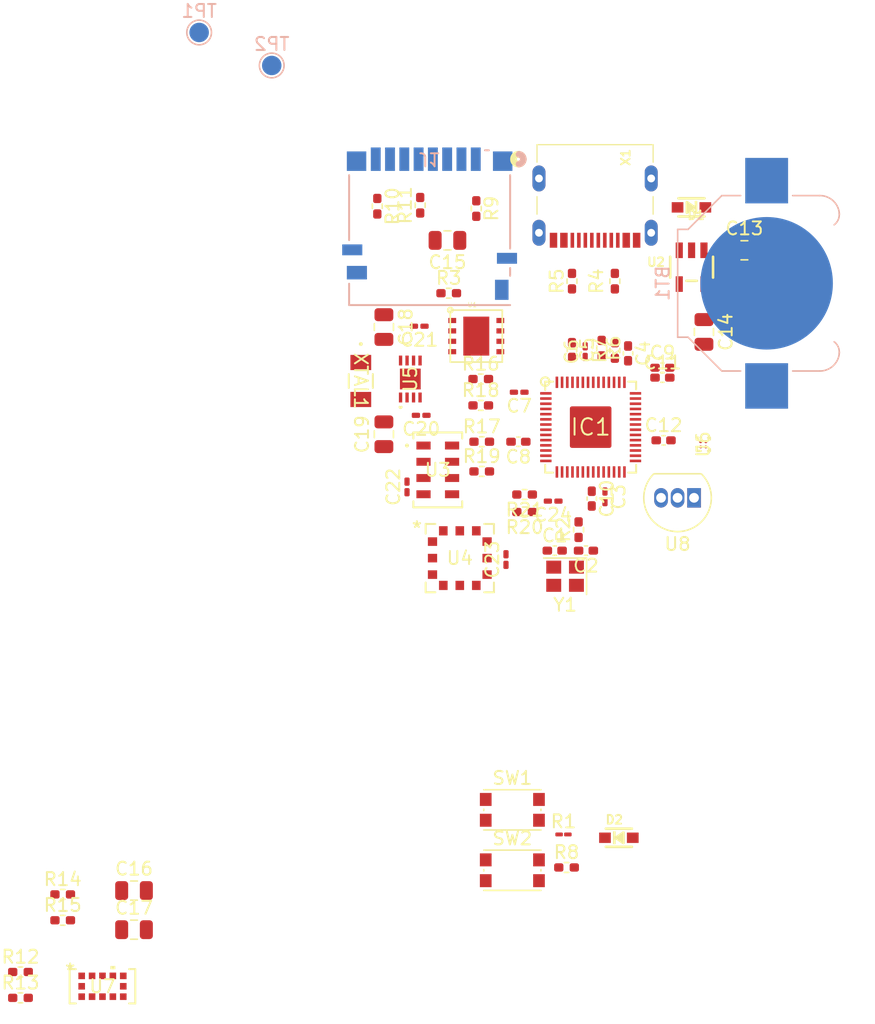
<source format=kicad_pcb>
(kicad_pcb (version 20221018) (generator pcbnew)
  (layers (0 "F.Cu" signal) (31 "B.Cu" signal) (34 "B.Paste" user) (35 "F.Paste" user) (36 "B.SilkS" user "B.Silkscreen") (37 "F.SilkS" user "F.Silkscreen") (38 "B.Mask" user) (39 "F.Mask" user) (44 "Edge.Cuts" user))
  (net 0 "")
  (net 1 "Net-(C2-Pad2)")
  (net 2 "Net-(IC1-XOUT)")
  (net 3 "/QSPI_CS")
  (net 4 "+3V3")
  (net 5 "GND")
  (net 6 "/CC1")
  (net 7 "/CC2")
  (net 8 "/USB_D+")
  (net 9 "/D+")
  (net 10 "/USB_D-")
  (net 11 "/D-")
  (net 12 "Net-(IC1-XIN)")
  (net 13 "1.2V")
  (net 14 "/~{RESET}")
  (net 15 "/USBBOOT")
  (net 16 "/VBUS")
  (net 17 "Net-(U5-X1)")
  (net 18 "Net-(U5-X2)")
  (net 19 "VBat")
  (net 20 "Net-(U4-VO-)")
  (net 22 "Net-(U4-VO+)")
  (net 23 "ToF XSHUT")
  (net 24 "ToF GPIO1")
  (net 25 "ToF  SDA")
  (net 26 "ToF SCL")
  (net 27 "GPIO5")
  (net 28 "BMP SDA")
  (net 31 "BMP SCL")
  (net 32 "Pressure SDA")
  (net 33 "Pressure SCL")
  (net 34 "RTC SDA")
  (net 35 "RTC SCL")
  (net 40 "GPIO16")
  (net 42 "GPIO17")
  (net 44 "/QSPI_DATA[3]")
  (net 45 "/QSPI_SCK")
  (net 46 "/QSPI_DATA[0]")
  (net 47 "/QSPI_DATA[2]")
  (net 48 "/QSPI_DATA[1]")
  (net 52 "Net-(D2-PadA)")
  (net 53 "SD_DAT1")
  (net 54 "SD_DAT2")
  (net 55 "GPIO20")
  (net 56 "AnalogTemp Data")
  (net 57 "AnalogTemp Data 2")
  (net 69 "5V")
  (footprint "Resistor_SMD:R_0402_1005Metric_Pad0.72x0.64mm_HandSolder" (layer "F.Cu") (at 101.0025 65.607 180)
    (fp_text reference "R20" (at 0 -1.17) (layer "F.SilkS"))
    (fp_text value "10k")
    (pad "1" smd roundrect (at -0.5975 0 180) (size 0.715 0.64) (layers "F.Cu" "F.Paste" "F.Mask") (net 4 "+3V3"))
    (pad "2" smd roundrect (at 0.5975 0 180) (size 0.715 0.64) (layers "F.Cu" "F.Paste" "F.Mask") (net 33 "Pressure SCL"))
  )
  (footprint "Capacitor_SMD:C_0402_1005Metric_Pad0.74x0.62mm_HandSolder" (layer "F.Cu") (at 111.6095 55.266)
    (fp_text reference "C11" (at 0 -1.16) (layer "F.SilkS"))
    (fp_text value "0.1uF")
    (pad "1" smd roundrect (at -0.5675 0) (size 0.735 0.62) (layers "F.Cu" "F.Paste" "F.Mask") (net 4 "+3V3"))
    (pad "2" smd roundrect (at 0.5675 0) (size 0.735 0.62) (layers "F.Cu" "F.Paste" "F.Mask") (net 5 "GND"))
  )
  (footprint "Companero_Footprints:TDFN8_2x3MC_MCH" (layer "F.Cu") (at 92.202 55.372 90)
    (fp_text reference "U5" (at 0 0 90 unlocked) (layer "F.SilkS"))
    (fp_text value "MCP7940NT-I/MNY")
    (pad "1" smd rect (at -1.4224 -0.750001 90) (size 0.762 0.254) (layers "F.Cu" "F.Paste" "F.Mask") (net 17 "Net-(U5-X1)"))
    (pad "2" smd rect (at -1.4224 -0.25 90) (size 0.762 0.254) (layers "F.Cu" "F.Paste" "F.Mask") (net 18 "Net-(U5-X2)"))
    (pad "3" smd rect (at -1.4224 0.25 90) (size 0.762 0.254) (layers "F.Cu" "F.Paste" "F.Mask") (net 19 "VBat"))
    (pad "4" smd rect (at -1.4224 0.750001 90) (size 0.762 0.254) (layers "F.Cu" "F.Paste" "F.Mask") (net 5 "GND"))
    (pad "5" smd rect (at 1.4224 0.750001 90) (size 0.762 0.254) (layers "F.Cu" "F.Paste" "F.Mask") (net 34 "RTC SDA"))
    (pad "6" smd rect (at 1.4224 0.25 90) (size 0.762 0.254) (layers "F.Cu" "F.Paste" "F.Mask") (net 35 "RTC SCL"))
    (pad "7" smd rect (at 1.4224 -0.25 90) (size 0.762 0.254) (layers "F.Cu" "F.Paste" "F.Mask"))
    (pad "8" smd rect (at 1.4224 -0.750001 90) (size 0.762 0.254) (layers "F.Cu" "F.Paste" "F.Mask") (net 4 "+3V3"))
    (pad "9" smd rect (at 0 0 90) (size 1.6002 1.6002) (layers "F.Cu" "F.Paste" "F.Mask"))
  )
  (footprint "Resistor_SMD:R_0402_1005Metric_Pad0.72x0.64mm_HandSolder" (layer "F.Cu") (at 65.4425 95.038)
    (fp_text reference "R14" (at 0 -1.17) (layer "F.SilkS"))
    (fp_text value "1k")
    (pad "1" smd roundrect (at -0.5975 0) (size 0.715 0.64) (layers "F.Cu" "F.Paste" "F.Mask") (net 4 "+3V3"))
    (pad "2" smd roundrect (at 0.5975 0) (size 0.715 0.64) (layers "F.Cu" "F.Paste" "F.Mask") (net 26 "ToF SCL"))
  )
  (footprint "QTpy:USB_C_CUSB31-CFM2AX-01-X" (layer "F.Cu") (at 106.426 41.148 180)
    (fp_text reference "X1" (at -2.75 3.56 90) (layer "F.SilkS") (effects (font (size 0.666496 0.666496) (thickness 0.146304)) (justify right bottom)))
    (fp_text value "USB Type C")
    (pad "" np_thru_hole circle (at -2.89 -2.47 180) (size 0.65 0.65) (drill 0.65) (layers "*.Cu" "*.Mask"))
    (pad "" np_thru_hole circle (at 2.89 -2.47 180) (size 0.65 0.65) (drill 0.65) (layers "*.Cu" "*.Mask"))
    (pad "A1B12" smd rect (at -3.2 -3.545 180) (size 0.575 1.15) (layers "F.Cu" "F.Paste" "F.Mask") (net 5 "GND"))
    (pad "A4B9" smd rect (at -2.4 -3.545 180) (size 0.575 1.15) (layers "F.Cu" "F.Paste" "F.Mask") (net 16 "/VBUS"))
    (pad "A5" smd rect (at -1.25 -3.545 180) (size 0.275 1.15) (layers "F.Cu" "F.Paste" "F.Mask") (net 6 "/CC1"))
    (pad "A6" smd rect (at -0.25 -3.545 180) (size 0.275 1.15) (layers "F.Cu" "F.Paste" "F.Mask") (net 8 "/USB_D+"))
    (pad "A7" smd rect (at 0.25 -3.545 180) (size 0.275 1.15) (layers "F.Cu" "F.Paste" "F.Mask") (net 10 "/USB_D-"))
    (pad "A8" smd rect (at 1.25 -3.545 180) (size 0.275 1.15) (layers "F.Cu" "F.Paste" "F.Mask"))
    (pad "B1A12" smd rect (at 3.2 -3.545 180) (size 0.575 1.15) (layers "F.Cu" "F.Paste" "F.Mask") (net 5 "GND"))
    (pad "B4A9" smd rect (at 2.4 -3.545 180) (size 0.575 1.15) (layers "F.Cu" "F.Paste" "F.Mask") (net 16 "/VBUS"))
    (pad "B5" smd rect (at 1.75 -3.545 180) (size 0.275 1.15) (layers "F.Cu" "F.Paste" "F.Mask") (net 7 "/CC2"))
    (pad "B6" smd rect (at 0.75 -3.545 180) (size 0.275 1.15) (layers "F.Cu" "F.Paste" "F.Mask") (net 8 "/USB_D+"))
    (pad "B7" smd rect (at -0.75 -3.545 180) (size 0.275 1.15) (layers "F.Cu" "F.Paste" "F.Mask") (net 10 "/USB_D-"))
    (pad "B8" smd rect (at -1.75 -3.545 180) (size 0.275 1.15) (layers "F.Cu" "F.Paste" "F.Mask"))
    (pad "M1" thru_hole oval (at -4.32 -2.97 270) (size 2 1) (drill 0.6) (layers "*.Cu" "*.Mask"))
    (pad "M2" thru_hole oval (at 4.32 -2.97 270) (size 2 1) (drill 0.6) (layers "*.Cu" "*.Mask"))
    (pad "M3" thru_hole oval (at -4.32 1.21 270) (size 2 1) (drill 0.6) (layers "*.Cu" "*.Mask"))
    (pad "M4" thru_hole oval (at 4.32 1.21 270) (size 2 1) (drill 0.6) (layers "*.Cu" "*.Mask"))
  )
  (footprint "Resistor_SMD:R_0402_1005Metric_Pad0.72x0.64mm_HandSolder" (layer "F.Cu") (at 62.1925 102.998)
    (fp_text reference "R13" (at 0 -1.17) (layer "F.SilkS"))
    (fp_text value "10k")
    (pad "1" smd roundrect (at -0.5975 0) (size 0.715 0.64) (layers "F.Cu" "F.Paste" "F.Mask") (net 4 "+3V3"))
    (pad "2" smd roundrect (at 0.5975 0) (size 0.715 0.64) (layers "F.Cu" "F.Paste" "F.Mask") (net 23 "ToF XSHUT"))
  )
  (footprint "Resistor_SMD:R_0402_1005Metric_Pad0.72x0.64mm_HandSolder" (layer "F.Cu") (at 65.4425 97.028)
    (fp_text reference "R15" (at 0 -1.17) (layer "F.SilkS"))
    (fp_text value "1k")
    (pad "1" smd roundrect (at -0.5975 0) (size 0.715 0.64) (layers "F.Cu" "F.Paste" "F.Mask") (net 4 "+3V3"))
    (pad "2" smd roundrect (at 0.5975 0) (size 0.715 0.64) (layers "F.Cu" "F.Paste" "F.Mask") (net 25 "ToF  SDA"))
  )
  (footprint "Companero_Footprints:YFQ0004ACAC" (layer "F.Cu") (at 114.754002 60.398002 90)
    (fp_text reference "U6" (at 0 0 90 unlocked) (layer "F.SilkS"))
    (fp_text value "LMT70YFQR")
    (pad "A1" smd circle (at -0.2 -0.200002 90) (size 0.23 0.23) (layers "F.Cu" "F.Mask") (net 5 "GND"))
    (pad "A2" smd circle (at 0.200002 -0.200002 90) (size 0.23 0.23) (layers "F.Cu" "F.Mask") (net 4 "+3V3"))
    (pad "B1" smd circle (at -0.2 0.2 90) (size 0.23 0.23) (layers "F.Cu" "F.Mask") (net 56 "AnalogTemp Data"))
    (pad "B2" smd circle (at 0.200002 0.2 90) (size 0.23 0.23) (layers "F.Cu" "F.Mask") (net 4 "+3V3"))
  )
  (footprint "Capacitor_SMD:C_0402_1005Metric_Pad0.74x0.62mm_HandSolder" (layer "F.Cu") (at 104.648 53.1455 -90)
    (fp_text reference "C5" (at 0 -1.16 90) (layer "F.SilkS"))
    (fp_text value "0.1uF")
    (pad "1" smd roundrect (at -0.5675 0 270) (size 0.735 0.62) (layers "F.Cu" "F.Paste" "F.Mask") (net 5 "GND"))
    (pad "2" smd roundrect (at 0.5675 0 270) (size 0.735 0.62) (layers "F.Cu" "F.Paste" "F.Mask") (net 13 "1.2V"))
  )
  (footprint "Capacitor_SMD:C_0201_0603Metric_Pad0.64x0.40mm_HandSolder" (layer "F.Cu") (at 105.664 53.2645 90)
    (fp_text reference "C6" (at 0 -1.05 90) (layer "F.SilkS"))
    (fp_text value "1uF")
    (pad "1" smd roundrect (at -0.4075 0 90) (size 0.635 0.4) (layers "F.Cu" "F.Mask") (net 4 "+3V3"))
    (pad "2" smd roundrect (at 0.4075 0 90) (size 0.635 0.4) (layers "F.Cu" "F.Mask") (net 5 "GND"))
  )
  (footprint "Capacitor_SMD:C_0402_1005Metric_Pad0.74x0.62mm_HandSolder" (layer "F.Cu") (at 103.3185 68.58)
    (fp_text reference "C1" (at 0 -1.16) (layer "F.SilkS"))
    (fp_text value "22pF")
    (pad "1" smd roundrect (at -0.5675 0) (size 0.735 0.62) (layers "F.Cu" "F.Paste" "F.Mask") (net 5 "GND"))
    (pad "2" smd roundrect (at 0.5675 0) (size 0.735 0.62) (layers "F.Cu" "F.Paste" "F.Mask") (net 12 "Net-(IC1-XIN)"))
  )
  (footprint "QTpy:SOD-323_MINI" (layer "F.Cu") (at 113.846 42.164 180)
    (fp_text reference "D1" (at -1.1 -1) (layer "F.SilkS") (effects (font (size 0.666496 0.666496) (thickness 0.146304)) (justify right bottom)))
    (fp_text value "  NSR0320")
    (pad "A" smd rect (at 1.07 0 180) (size 0.9 0.8) (layers "F.Cu" "F.Paste" "F.Mask") (net 16 "/VBUS"))
    (pad "C" smd rect (at -1.07 0 180) (size 0.9 0.8) (layers "F.Cu" "F.Paste" "F.Mask") (net 69 "5V"))
  )
  (footprint "Companero_Footprints:MPRLS_HNW" (layer "F.Cu") (at 96.012 69.155998)
    (fp_text reference "U4" (at 0 0 unlocked) (layer "F.SilkS"))
    (fp_text value "MPRLS0025PA00001A")
    (fp_text user "*" (at -3.302 -2.286) (layer "F.SilkS"))
    (fp_text user "*" (at -3.302 -2.286 unlocked) (layer "F.SilkS"))
    (pad "1" smd rect (at -1.27 -2.099998 90) (size 0.7112 0.6604) (layers "F.Cu" "F.Paste" "F.Mask"))
    (pad "2" smd rect (at 0 -2.099998 90) (size 0.7112 0.6604) (layers "F.Cu" "F.Paste" "F.Mask") (net 32 "Pressure SDA"))
    (pad "3" smd rect (at 1.27 -2.099998 90) (size 0.7112 0.6604) (layers "F.Cu" "F.Paste" "F.Mask") (net 33 "Pressure SCL"))
    (pad "4" smd rect (at 2.099945 -1.27) (size 0.7112 0.6604) (layers "F.Cu" "F.Paste" "F.Mask") (net 22 "Net-(U4-VO+)"))
    (pad "5" smd rect (at 2.099945 0) (size 0.7112 0.6604) (layers "F.Cu" "F.Paste" "F.Mask"))
    (pad "6" smd rect (at 2.099945 1.27) (size 0.7112 0.6604) (layers "F.Cu" "F.Paste" "F.Mask") (net 20 "Net-(U4-VO-)"))
    (pad "7" smd rect (at 1.27 2.099998 90) (size 0.7112 0.6604) (layers "F.Cu" "F.Paste" "F.Mask"))
    (pad "8" smd rect (at 0 2.099998 90) (size 0.7112 0.6604) (layers "F.Cu" "F.Paste" "F.Mask"))
    (pad "9" smd rect (at -1.27 2.099998 90) (size 0.7112 0.6604) (layers "F.Cu" "F.Paste" "F.Mask"))
    (pad "10" smd rect (at -2.099945 1.27) (size 0.7112 0.6604) (layers "F.Cu" "F.Paste" "F.Mask") (net 5 "GND"))
    (pad "11" smd rect (at -2.099945 0) (size 0.7112 0.6604) (layers "F.Cu" "F.Paste" "F.Mask"))
    (pad "12" smd rect (at -2.099945 -1.27) (size 0.7112 0.6604) (layers "F.Cu" "F.Paste" "F.Mask") (net 4 "+3V3"))
  )
  (footprint "Resistor_SMD:R_01005_0402Metric_Pad0.57x0.30mm_HandSolder" (layer "F.Cu") (at 103.9945 90.424)
    (fp_text reference "R1" (at 0 -1) (layer "F.SilkS"))
    (fp_text value "10K")
    (pad "1" smd roundrect (at -0.3375 0) (size 0.575 0.3) (layers "F.Cu" "F.Mask") (net 4 "+3V3"))
    (pad "2" smd roundrect (at 0.3375 0) (size 0.575 0.3) (layers "F.Cu" "F.Mask") (net 14 "/~{RESET}"))
  )
  (footprint "Resistor_SMD:R_0402_1005Metric_Pad0.72x0.64mm_HandSolder" (layer "F.Cu") (at 101 64.262 180)
    (fp_text reference "R21" (at 0 -1.17) (layer "F.SilkS"))
    (fp_text value "10k")
    (pad "1" smd roundrect (at -0.5975 0 180) (size 0.715 0.64) (layers "F.Cu" "F.Paste" "F.Mask") (net 4 "+3V3"))
    (pad "2" smd roundrect (at 0.5975 0 180) (size 0.715 0.64) (layers "F.Cu" "F.Paste" "F.Mask") (net 32 "Pressure SDA"))
  )
  (footprint "Resistor_SMD:R_0402_1005Metric_Pad0.72x0.64mm_HandSolder" (layer "F.Cu") (at 89.662 42.0745 -90)
    (fp_text reference "R10" (at 0 -1.17 90) (layer "F.SilkS"))
    (fp_text value "10K")
    (pad "1" smd roundrect (at -0.5975 0 270) (size 0.715 0.64) (layers "F.Cu" "F.Paste" "F.Mask") (net 53 "SD_DAT1"))
    (pad "2" smd roundrect (at 0.5975 0 270) (size 0.715 0.64) (layers "F.Cu" "F.Paste" "F.Mask") (net 4 "+3V3"))
  )
  (footprint "Resistor_SMD:R_0402_1005Metric_Pad0.72x0.64mm_HandSolder" (layer "F.Cu") (at 97.6255 57.404)
    (fp_text reference "R18" (at 0 -1.17) (layer "F.SilkS"))
    (fp_text value "10k")
    (pad "1" smd roundrect (at -0.5975 0) (size 0.715 0.64) (layers "F.Cu" "F.Paste" "F.Mask") (net 34 "RTC SDA"))
    (pad "2" smd roundrect (at 0.5975 0) (size 0.715 0.64) (layers "F.Cu" "F.Paste" "F.Mask") (net 4 "+3V3"))
  )
  (footprint "Resistor_SMD:R_0402_1005Metric_Pad0.72x0.64mm_HandSolder" (layer "F.Cu") (at 95.1605 48.768)
    (fp_text reference "R3" (at 0 -1.17) (layer "F.SilkS"))
    (fp_text value "10K")
    (pad "1" smd roundrect (at -0.5975 0) (size 0.715 0.64) (layers "F.Cu" "F.Paste" "F.Mask") (net 3 "/QSPI_CS"))
    (pad "2" smd roundrect (at 0.5975 0) (size 0.715 0.64) (layers "F.Cu" "F.Paste" "F.Mask") (net 4 "+3V3"))
  )
  (footprint "Capacitor_SMD:C_0805_2012Metric" (layer "F.Cu") (at 70.932 94.742)
    (fp_text reference "C16" (at 0 -1.68) (layer "F.SilkS"))
    (fp_text value "100nF")
    (pad "1" smd roundrect (at -0.95 0) (size 1 1.45) (layers "F.Cu" "F.Paste" "F.Mask") (net 4 "+3V3"))
    (pad "2" smd roundrect (at 0.95 0) (size 1 1.45) (layers "F.Cu" "F.Paste" "F.Mask") (net 5 "GND"))
  )
  (footprint "Companero_Footprints:QFN_BV0FY&slash_1_STM" (layer "F.Cu") (at 68.5038 102.108)
    (fp_text reference "U7" (at 0 0 unlocked) (layer "F.SilkS"))
    (fp_text value "VL53L1CBV0FY/1")
    (fp_text user "*" (at -2.4892 -1.2 unlocked) (layer "F.SilkS"))
    (fp_text user "*" (at -2.4892 -1.2) (layer "F.SilkS"))
    (pad "1" smd rect (at -1.6002 -0.800001 90) (size 0.508 0.508) (layers "F.Cu" "F.Paste" "F.Mask") (net 4 "+3V3"))
    (pad "2" smd rect (at -0.800001 -0.799948) (size 0.508 0.508) (layers "F.Cu" "F.Paste" "F.Mask") (net 5 "GND"))
    (pad "3" smd rect (at 0 -0.799948) (size 0.508 0.508) (layers "F.Cu" "F.Paste" "F.Mask") (net 5 "GND"))
    (pad "4" smd rect (at 0.800001 -0.799948) (size 0.508 0.508) (layers "F.Cu" "F.Paste" "F.Mask") (net 5 "GND"))
    (pad "5" smd rect (at 1.6002 -0.800001 90) (size 0.508 0.508) (layers "F.Cu" "F.Paste" "F.Mask") (net 23 "ToF XSHUT"))
    (pad "6" smd rect (at 1.6002 0 90) (size 0.508 0.508) (layers "F.Cu" "F.Paste" "F.Mask") (net 5 "GND"))
    (pad "7" smd rect (at 1.6002 0.800001 90) (size 0.508 0.508) (layers "F.Cu" "F.Paste" "F.Mask") (net 24 "ToF GPIO1"))
    (pad "8" smd rect (at 0.800001 0.799948) (size 0.508 0.508) (layers "F.Cu" "F.Paste" "F.Mask"))
    (pad "9" smd rect (at 0 0.799948) (size 0.508 0.508) (layers "F.Cu" "F.Paste" "F.Mask") (net 25 "ToF  SDA"))
    (pad "10" smd rect (at -0.800001 0.799948) (size 0.508 0.508) (layers "F.Cu" "F.Paste" "F.Mask") (net 26 "ToF SCL"))
    (pad "11" smd rect (at -1.6002 0.800001 90) (size 0.508 0.508) (layers "F.Cu" "F.Paste" "F.Mask") (net 4 "+3V3"))
    (pad "12" smd rect (at -1.6002 0 90) (size 0.508 0.508) (layers "F.Cu" "F.Paste" "F.Mask") (net 5 "GND"))
  )
  (footprint "Capacitor_SMD:C_0201_0603Metric_Pad0.64x0.40mm_HandSolder" (layer "F.Cu") (at 107.188 64.4405 -90)
    (fp_text reference "C3" (at 0 -1.05 90) (layer "F.SilkS"))
    (fp_text value "1uF")
    (pad "1" smd roundrect (at -0.4075 0 270) (size 0.635 0.4) (layers "F.Cu" "F.Mask") (net 13 "1.2V"))
    (pad "2" smd roundrect (at 0.4075 0 270) (size 0.635 0.4) (layers "F.Cu" "F.Mask") (net 5 "GND"))
  )
  (footprint "Resistor_SMD:R_0402_1005Metric_Pad0.72x0.64mm_HandSolder" (layer "F.Cu") (at 104.2295 92.964)
    (fp_text reference "R8" (at 0 -1.17) (layer "F.SilkS"))
    (fp_text value "1K")
    (pad "1" smd roundrect (at -0.5975 0) (size 0.715 0.64) (layers "F.Cu" "F.Paste" "F.Mask") (net 3 "/QSPI_CS"))
    (pad "2" smd roundrect (at 0.5975 0) (size 0.715 0.64) (layers "F.Cu" "F.Paste" "F.Mask") (net 52 "Net-(D2-PadA)"))
  )
  (footprint "Capacitor_SMD:C_0201_0603Metric_Pad0.64x0.40mm_HandSolder" (layer "F.Cu") (at 92.8885 51.308 180)
    (fp_text reference "C21" (at 0 -1.05) (layer "F.SilkS"))
    (fp_text value "0.1uF")
    (pad "1" smd roundrect (at -0.4075 0 180) (size 0.635 0.4) (layers "F.Cu" "F.Mask") (net 5 "GND"))
    (pad "2" smd roundrect (at 0.4075 0 180) (size 0.635 0.4) (layers "F.Cu" "F.Mask") (net 4 "+3V3"))
  )
  (footprint "Resistor_SMD:R_0402_1005Metric_Pad0.72x0.64mm_HandSolder" (layer "F.Cu") (at 107.95 53.1755 90)
    (fp_text reference "R7" (at 0 -1.17 90) (layer "F.SilkS"))
    (fp_text value "27")
    (pad "1" smd roundrect (at -0.5975 0 90) (size 0.715 0.64) (layers "F.Cu" "F.Paste" "F.Mask") (net 10 "/USB_D-"))
    (pad "2" smd roundrect (at 0.5975 0 90) (size 0.715 0.64) (layers "F.Cu" "F.Paste" "F.Mask") (net 11 "/D-"))
  )
  (footprint "Resistor_SMD:R_0402_1005Metric_Pad0.72x0.64mm_HandSolder" (layer "F.Cu") (at 97.282 42.2535 -90)
    (fp_text reference "R9" (at 0 -1.17 90) (layer "F.SilkS"))
    (fp_text value "10K")
    (pad "1" smd roundrect (at -0.5975 0 270) (size 0.715 0.64) (layers "F.Cu" "F.Paste" "F.Mask") (net 54 "SD_DAT2"))
    (pad "2" smd roundrect (at 0.5975 0 270) (size 0.715 0.64) (layers "F.Cu" "F.Paste" "F.Mask") (net 4 "+3V3"))
  )
  (footprint "Capacitor_SMD:C_0402_1005Metric_Pad0.74x0.62mm_HandSolder" (layer "F.Cu") (at 111.7005 60.092)
    (fp_text reference "C12" (at 0 -1.16) (layer "F.SilkS"))
    (fp_text value "0.1uF")
    (pad "1" smd roundrect (at -0.5675 0) (size 0.735 0.62) (layers "F.Cu" "F.Paste" "F.Mask") (net 4 "+3V3"))
    (pad "2" smd roundrect (at 0.5675 0) (size 0.735 0.62) (layers "F.Cu" "F.Paste" "F.Mask") (net 5 "GND"))
  )
  (footprint "QTpy:USON8_4X4" (layer "F.Cu") (at 97.282 52.07)
    (fp_text reference "U1" (at -0.7 -2.2) (layer "F.SilkS") (effects (font (size 0.357632 0.357632) (thickness 0.048768)) (justify left bottom)))
    (fp_text value "8MB QSPI Flash")
    (pad "1" smd rect (at -1.85 -1.2 90) (size 0.4 0.6) (layers "F.Cu" "F.Paste" "F.Mask") (net 3 "/QSPI_CS"))
    (pad "2" smd rect (at -1.85 -0.4 90) (size 0.4 0.6) (layers "F.Cu" "F.Paste" "F.Mask") (net 48 "/QSPI_DATA[1]"))
    (pad "3" smd rect (at -1.85 0.4 90) (size 0.4 0.6) (layers "F.Cu" "F.Paste" "F.Mask") (net 47 "/QSPI_DATA[2]"))
    (pad "4" smd rect (at -1.85 1.2 90) (size 0.4 0.6) (layers "F.Cu" "F.Paste" "F.Mask") (net 5 "GND"))
    (pad "5" smd rect (at 1.85 1.2 90) (size 0.4 0.6) (layers "F.Cu" "F.Paste" "F.Mask") (net 46 "/QSPI_DATA[0]"))
    (pad "6" smd rect (at 1.85 0.4 90) (size 0.4 0.6) (layers "F.Cu" "F.Paste" "F.Mask") (net 45 "/QSPI_SCK"))
    (pad "7" smd rect (at 1.85 -0.4 90) (size 0.4 0.6) (layers "F.Cu" "F.Paste" "F.Mask") (net 44 "/QSPI_DATA[3]"))
    (pad "8" smd rect (at 1.85 -1.2 90) (size 0.4 0.6) (layers "F.Cu" "F.Paste" "F.Mask") (net 4 "+3V3"))
    (pad "PAD" smd rect (at 0 0) (size 2 3) (layers "F.Cu" "F.Mask") (net 5 "GND"))
  )
  (footprint "Capacitor_SMD:C_0201_0603Metric_Pad0.64x0.40mm_HandSolder" (layer "F.Cu") (at 93.0395 58.166 180)
    (fp_text reference "C20" (at 0 -1.05) (layer "F.SilkS"))
    (fp_text value "0.1uF")
    (pad "1" smd roundrect (at -0.4075 0 180) (size 0.635 0.4) (layers "F.Cu" "F.Mask") (net 5 "GND"))
    (pad "2" smd roundrect (at 0.4075 0 180) (size 0.635 0.4) (layers "F.Cu" "F.Mask") (net 19 "VBat"))
  )
  (footprint "Capacitor_SMD:C_0402_1005Metric_Pad0.74x0.62mm_HandSolder" (layer "F.Cu") (at 106.172 64.5755 -90)
    (fp_text reference "C10" (at 0 -1.16 90) (layer "F.SilkS"))
    (fp_text value "0.1uF")
    (pad "1" smd roundrect (at -0.5675 0 270) (size 0.735 0.62) (layers "F.Cu" "F.Paste" "F.Mask") (net 4 "+3V3"))
    (pad "2" smd roundrect (at 0.5675 0 270) (size 0.735 0.62) (layers "F.Cu" "F.Paste" "F.Mask") (net 5 "GND"))
  )
  (footprint "Button_Switch_SMD:SW_Push_1P1T_NO_CK_KMR2" (layer "F.Cu") (at 100.058 88.53)
    (fp_text reference "SW1" (at 0 -2.45) (layer "F.SilkS"))
    (fp_text value "KMR2")
    (pad "1" smd rect (at -2.05 -0.8) (size 0.9 1) (layers "F.Cu" "F.Paste" "F.Mask") (net 15 "/USBBOOT"))
    (pad "1" smd rect (at 2.05 -0.8) (size 0.9 1) (layers "F.Cu" "F.Paste" "F.Mask") (net 15 "/USBBOOT"))
    (pad "2" smd rect (at -2.05 0.8) (size 0.9 1) (layers "F.Cu" "F.Paste" "F.Mask") (net 5 "GND"))
    (pad "2" smd rect (at 2.05 0.8) (size 0.9 1) (layers "F.Cu" "F.Paste" "F.Mask") (net 5 "GND"))
  )
  (footprint "Capacitor_SMD:C_0805_2012Metric" (layer "F.Cu") (at 114.808 51.75 -90)
    (fp_text reference "C14" (at 0 -1.68 90) (layer "F.SilkS"))
    (fp_text value "10uF")
    (pad "1" smd roundrect (at -0.95 0 270) (size 1 1.45) (layers "F.Cu" "F.Paste" "F.Mask") (net 4 "+3V3"))
    (pad "2" smd roundrect (at 0.95 0 270) (size 1 1.45) (layers "F.Cu" "F.Paste" "F.Mask") (net 5 "GND"))
  )
  (footprint "QTpy:SOT23-5" (layer "F.Cu") (at 113.858 46.7661 180)
    (fp_text reference "U2" (at 1.978 0) (layer "F.SilkS") (effects (font (size 0.666496 0.666496) (thickness 0.146304)) (justify right bottom)))
    (fp_text value "AP2112K-3.3")
    (pad "1" smd rect (at -0.95 1.3001 180) (size 0.55 1.2) (layers "F.Cu" "F.Paste" "F.Mask") (net 69 "5V"))
    (pad "2" smd rect (at 0 1.3001 180) (size 0.55 1.2) (layers "F.Cu" "F.Paste" "F.Mask") (net 5 "GND"))
    (pad "3" smd rect (at 0.95 1.3001 180) (size 0.55 1.2) (layers "F.Cu" "F.Paste" "F.Mask") (net 69 "5V"))
    (pad "4" smd rect (at 0.95 -1.3001 180) (size 0.55 1.2) (layers "F.Cu" "F.Paste" "F.Mask"))
    (pad "5" smd rect (at -0.95 -1.3001 180) (size 0.55 1.2) (layers "F.Cu" "F.Paste" "F.Mask") (net 4 "+3V3"))
  )
  (footprint "Capacitor_SMD:C_0805_2012Metric" (layer "F.Cu") (at 95.062 44.704 180)
    (fp_text reference "C15" (at 0 -1.68) (layer "F.SilkS"))
    (fp_text value "10uF")
    (pad "1" smd roundrect (at -0.95 0 180) (size 1 1.45) (layers "F.Cu" "F.Paste" "F.Mask") (net 4 "+3V3"))
    (pad "2" smd roundrect (at 0.95 0 180) (size 1 1.45) (layers "F.Cu" "F.Paste" "F.Mask") (net 5 "GND"))
  )
  (footprint "Button_Switch_SMD:SW_Push_1P1T_NO_CK_KMR2" (layer "F.Cu") (at 100.058 93.18)
    (fp_text reference "SW2" (at 0 -2.45) (layer "F.SilkS"))
    (fp_text value "KMR2")
    (pad "1" smd rect (at -2.05 -0.8) (size 0.9 1) (layers "F.Cu" "F.Paste" "F.Mask") (net 14 "/~{RESET}"))
    (pad "1" smd rect (at 2.05 -0.8) (size 0.9 1) (layers "F.Cu" "F.Paste" "F.Mask") (net 14 "/~{RESET}"))
    (pad "2" smd rect (at -2.05 0.8) (size 0.9 1) (layers "F.Cu" "F.Paste" "F.Mask") (net 5 "GND"))
    (pad "2" smd rect (at 2.05 0.8) (size 0.9 1) (layers "F.Cu" "F.Paste" "F.Mask") (net 5 "GND"))
  )
  (footprint "Companero_Footprints:SON8_MS5611_TEC" (layer "F.Cu") (at 94.318 62.367)
    (fp_text reference "U3" (at 0 0 unlocked) (layer "F.SilkS"))
    (fp_text value "MS560702BA03-50")
    (pad "1" smd rect (at -1.1 -1.875) (size 1.0922 0.6096) (layers "F.Cu" "F.Paste" "F.Mask") (net 4 "+3V3"))
    (pad "2" smd rect (at -1.1 -0.625) (size 1.0922 0.6096) (layers "F.Cu" "F.Paste" "F.Mask") (net 4 "+3V3"))
    (pad "3" smd rect (at -1.1 0.625) (size 1.0922 0.6096) (layers "F.Cu" "F.Paste" "F.Mask") (net 5 "GND"))
    (pad "4" smd rect (at -1.1 1.875) (size 1.0922 0.6096) (layers "F.Cu" "F.Paste" "F.Mask") (net 4 "+3V3"))
    (pad "5" smd rect (at 1.1 1.875) (size 1.0922 0.6096) (layers "F.Cu" "F.Paste" "F.Mask"))
    (pad "6" smd rect (at 1.1 0.625) (size 1.0922 0.6096) (layers "F.Cu" "F.Paste" "F.Mask"))
    (pad "7" smd rect (at 1.1 -0.625) (size 1.0922 0.6096) (layers "F.Cu" "F.Paste" "F.Mask") (net 28 "BMP SDA"))
    (pad "8" smd rect (at 1.1 -1.875) (size 1.0922 0.6096) (layers "F.Cu" "F.Paste" "F.Mask") (net 31 "BMP SCL"))
  )
  (footprint "Resistor_SMD:R_0402_1005Metric_Pad0.72x0.64mm_HandSolder" (layer "F.Cu") (at 97.7005 60.198)
    (fp_text reference "R17" (at 0 -1.17) (layer "F.SilkS"))
    (fp_text value "10k")
    (pad "1" smd roundrect (at -0.5975 0) (size 0.715 0.64) (layers "F.Cu" "F.Paste" "F.Mask") (net 31 "BMP SCL"))
    (pad "2" smd roundrect (at 0.5975 0) (size 0.715 0.64) (layers "F.Cu" "F.Paste" "F.Mask") (net 4 "+3V3"))
  )
  (footprint "QTpy:QFN56_7MM_REDUCEDEPAD" (layer "F.Cu") (at 106.086 59.076)
    (fp_text reference "IC1" (at 0 0) (layer "F.SilkS") (effects (font (size 1.27 1.27))))
    (fp_text value "RP2040_QFN56")
    (pad "1" smd rect (at -3.45 -2.6 180) (size 0.875 0.2) (layers "F.Cu" "F.Paste" "F.Mask") (net 4 "+3V3"))
    (pad "2" smd rect (at -3.45 -2.2 180) (size 0.875 0.2) (layers "F.Cu" "F.Paste" "F.Mask") (net 23 "ToF XSHUT"))
    (pad "3" smd rect (at -3.45 -1.8 180) (size 0.875 0.2) (layers "F.Cu" "F.Paste" "F.Mask") (net 24 "ToF GPIO1"))
    (pad "4" smd rect (at -3.45 -1.4 180) (size 0.875 0.2) (layers "F.Cu" "F.Paste" "F.Mask") (net 25 "ToF  SDA"))
    (pad "5" smd rect (at -3.45 -1 180) (size 0.875 0.2) (layers "F.Cu" "F.Paste" "F.Mask") (net 26 "ToF SCL"))
    (pad "6" smd rect (at -3.45 -0.6 180) (size 0.875 0.2) (layers "F.Cu" "F.Paste" "F.Mask"))
    (pad "7" smd rect (at -3.45 -0.2 180) (size 0.875 0.2) (layers "F.Cu" "F.Paste" "F.Mask") (net 27 "GPIO5"))
    (pad "8" smd rect (at -3.45 0.2 180) (size 0.875 0.2) (layers "F.Cu" "F.Paste" "F.Mask") (net 34 "RTC SDA"))
    (pad "9" smd rect (at -3.45 0.6 180) (size 0.875 0.2) (layers "F.Cu" "F.Paste" "F.Mask") (net 35 "RTC SCL"))
    (pad "10" smd rect (at -3.45 1 180) (size 0.875 0.2) (layers "F.Cu" "F.Paste" "F.Mask") (net 4 "+3V3"))
    (pad "11" smd rect (at -3.45 1.4 180) (size 0.875 0.2) (layers "F.Cu" "F.Paste" "F.Mask") (net 28 "BMP SDA"))
    (pad "12" smd rect (at -3.45 1.8 180) (size 0.875 0.2) (layers "F.Cu" "F.Paste" "F.Mask") (net 31 "BMP SCL"))
    (pad "13" smd rect (at -3.45 2.2 180) (size 0.875 0.2) (layers "F.Cu" "F.Paste" "F.Mask"))
    (pad "14" smd rect (at -3.45 2.6 180) (size 0.875 0.2) (layers "F.Cu" "F.Paste" "F.Mask"))
    (pad "15" smd rect (at -2.6 3.45 270) (size 0.875 0.2) (layers "F.Cu" "F.Paste" "F.Mask") (net 32 "Pressure SDA"))
    (pad "16" smd rect (at -2.2 3.45 270) (size 0.875 0.2) (layers "F.Cu" "F.Paste" "F.Mask") (net 33 "Pressure SCL"))
    (pad "17" smd rect (at -1.8 3.45 270) (size 0.875 0.2) (layers "F.Cu" "F.Paste" "F.Mask"))
    (pad "18" smd rect (at -1.4 3.45 270) (size 0.875 0.2) (layers "F.Cu" "F.Paste" "F.Mask"))
    (pad "19" smd rect (at -1 3.45 270) (size 0.875 0.2) (layers "F.Cu" "F.Paste" "F.Mask") (net 5 "GND"))
    (pad "20" smd rect (at -0.6 3.45 270) (size 0.875 0.2) (layers "F.Cu" "F.Paste" "F.Mask") (net 12 "Net-(IC1-XIN)"))
    (pad "21" smd rect (at -0.2 3.45 270) (size 0.875 0.2) (layers "F.Cu" "F.Paste" "F.Mask") (net 2 "Net-(IC1-XOUT)"))
    (pad "22" smd rect (at 0.2 3.45 270) (size 0.875 0.2) (layers "F.Cu" "F.Paste" "F.Mask") (net 4 "+3V3"))
    (pad "23" smd rect (at 0.6 3.45 270) (size 0.875 0.2) (layers "F.Cu" "F.Paste" "F.Mask") (net 13 "1.2V"))
    (pad "24" smd rect (at 1 3.45 270) (size 0.875 0.2) (layers "F.Cu" "F.Paste" "F.Mask"))
    (pad "25" smd rect (at 1.4 3.45 270) (size 0.875 0.2) (layers "F.Cu" "F.Paste" "F.Mask"))
    (pad "26" smd rect (at 1.8 3.45 270) (size 0.875 0.2) (layers "F.Cu" "F.Paste" "F.Mask") (net 14 "/~{RESET}"))
    (pad "27" smd rect (at 2.2 3.45 270) (size 0.875 0.2) (layers "F.Cu" "F.Paste" "F.Mask") (net 40 "GPIO16"))
    (pad "28" smd rect (at 2.6 3.45 270) (size 0.875 0.2) (layers "F.Cu" "F.Paste" "F.Mask") (net 42 "GPIO17"))
    (pad "29" smd rect (at 3.45 2.6) (size 0.875 0.2) (layers "F.Cu" "F.Paste" "F.Mask") (net 53 "SD_DAT1"))
    (pad "30" smd rect (at 3.45 2.2) (size 0.875 0.2) (layers "F.Cu" "F.Paste" "F.Mask") (net 54 "SD_DAT2"))
    (pad "31" smd rect (at 3.45 1.8) (size 0.875 0.2) (layers "F.Cu" "F.Paste" "F.Mask") (net 55 "GPIO20"))
    (pad "32" smd rect (at 3.45 1.4) (size 0.875 0.2) (layers "F.Cu" "F.Paste" "F.Mask") (net 15 "/USBBOOT"))
    (pad "33" smd rect (at 3.45 1) (size 0.875 0.2) (layers "F.Cu" "F.Paste" "F.Mask") (net 4 "+3V3"))
    (pad "34" smd rect (at 3.45 0.6) (size 0.875 0.2) (layers "F.Cu" "F.Paste" "F.Mask"))
    (pad "35" smd rect (at 3.45 0.2) (size 0.875 0.2) (layers "F.Cu" "F.Paste" "F.Mask"))
    (pad "36" smd rect (at 3.45 -0.2) (size 0.875 0.2) (layers "F.Cu" "F.Paste" "F.Mask"))
    (pad "37" smd rect (at 3.45 -0.6) (size 0.875 0.2) (layers "F.Cu" "F.Paste" "F.Mask"))
    (pad "38" smd rect (at 3.45 -1) (size 0.875 0.2) (layers "F.Cu" "F.Paste" "F.Mask") (net 56 "AnalogTemp Data"))
    (pad "39" smd rect (at 3.45 -1.4) (size 0.875 0.2) (layers "F.Cu" "F.Paste" "F.Mask"))
    (pad "40" smd rect (at 3.45 -1.8) (size 0.875 0.2) (layers "F.Cu" "F.Paste" "F.Mask") (net 57 "AnalogTemp Data 2"))
    (pad "41" smd rect (at 3.45 -2.2) (size 0.875 0.2) (layers "F.Cu" "F.Paste" "F.Mask"))
    (pad "42" smd rect (at 3.45 -2.6) (size 0.875 0.2) (layers "F.Cu" "F.Paste" "F.Mask") (net 4 "+3V3"))
    (pad "43" smd rect (at 2.6 -3.45 90) (size 0.875 0.2) (layers "F.Cu" "F.Paste" "F.Mask") (net 4 "+3V3"))
    (pad "44" smd rect (at 2.2 -3.45 90) (size 0.875 0.2) (layers "F.Cu" "F.Paste" "F.Mask") (net 4 "+3V3"))
    (pad "45" smd rect (at 1.8 -3.45 90) (size 0.875 0.2) (layers "F.Cu" "F.Paste" "F.Mask") (net 13 "1.2V"))
    (pad "46" smd rect (at 1.4 -3.45 90) (size 0.875 0.2) (layers "F.Cu" "F.Paste" "F.Mask") (net 11 "/D-"))
    (pad "47" smd rect (at 1 -3.45 90) (size 0.875 0.2) (layers "F.Cu" "F.Paste" "F.Mask") (net 9 "/D+"))
    (pad "48" smd rect (at 0.6 -3.45 90) (size 0.875 0.2) (layers "F.Cu" "F.Paste" "F.Mask") (net 4 "+3V3"))
    (pad "49" smd rect (at 0.2 -3.45 90) (size 0.875 0.2) (layers "F.Cu" "F.Paste" "F.Mask") (net 4 "+3V3"))
    (pad "50" smd rect (at -0.2 -3.45 90) (size 0.875 0.2) (layers "F.Cu" "F.Paste" "F.Mask") (net 13 "1.2V"))
    (pad "51" smd rect (at -0.6 -3.45 90) (size 0.875 0.2) (layers "F.Cu" "F.Paste" "F.Mask") (net 44 "/QSPI_DATA[3]"))
    (pad "52" smd rect (at -1 -3.45 90) (size 0.875 0.2) (layers "F.Cu" "F.Paste" "F.Mask") (net 45 "/QSPI_SCK"))
    (pad "53" smd rect (at -1.4 -3.45 90) (size 0.875 0.2) (layers "F.Cu" "F.Paste" "F.Mask") (net 46 "/QSPI_DATA[0]"))
    (pad "54" smd rect (at -1.8 -3.45 90) (size 0.875 0.2) (layers "F.Cu" "F.Paste" "F.Mask") (net 47 "/QSPI_DATA[2]"))
    (pad "55" smd rect (at -2.2 -3.45 90) (size 0.875 0.2) (layers "F.Cu" "F.Paste" "F.Mask") (net 48 "/QSPI_DATA[1]"))
    (pad "56" smd rect (at -2.6 -3.45 90) (size 0.875 0.2) (layers "F.Cu" "F.Paste" "F.Mask") (net 3 "/QSPI_CS"))
    (pad "P$1" smd roundrect (at 0 0) (size 3.2 3.2) (layers "F.Cu" "F.Mask") (roundrect_rratio 0.05) (net 5 "GND"))
  )
  (footprint "Resistor_SMD:R_0402_1005Metric_Pad0.72x0.64mm_HandSolder" (layer "F.Cu") (at 107.95 47.8415 90)
    (fp_text reference "R4" (at 0 -1.424 90) (layer "F.SilkS"))
    (fp_text value "5.1K")
    (pad "1" smd roundrect (at -0.5975 0 90) (size 0.715 0.64) (layers "F.Cu" "F.Paste" "F.Mask") (net 5 "GND"))
    (pad "2" smd roundrect (at 0.5975 0 90) (size 0.715 0.64) (layers "F.Cu" "F.Paste" "F.Mask") (net 6 "/CC1"))
  )
  (footprint "Capacitor_SMD:C_0805_2012Metric" (layer "F.Cu") (at 117.922 45.466)
    (fp_text reference "C13" (at 0 -1.68) (layer "F.SilkS"))
    (fp_text value "10uF")
    (pad "1" smd roundrect (at -0.95 0) (size 1 1.45) (layers "F.Cu" "F.Paste" "F.Mask") (net 69 "5V"))
    (pad "2" smd roundrect (at 0.95 0) (size 1 1.45) (layers "F.Cu" "F.Paste" "F.Mask") (net 5 "GND"))
  )
  (footprint "Capacitor_SMD:C_0201_0603Metric_Pad0.64x0.40mm_HandSolder" (layer "F.Cu") (at 99.568 69.2665 90)
    (fp_text reference "C23" (at 0 -1.05 90) (layer "F.SilkS"))
    (fp_text value "1nF")
    (pad "1" smd roundrect (at -0.4075 0 90) (size 0.635 0.4) (layers "F.Cu" "F.Mask") (net 20 "Net-(U4-VO-)"))
    (pad "2" smd roundrect (at 0.4075 0 90) (size 0.635 0.4) (layers "F.Cu" "F.Mask") (net 22 "Net-(U4-VO+)"))
  )
  (footprint "Capacitor_SMD:C_0805_2012Metric" (layer "F.Cu") (at 90.17 59.624 90)
    (fp_text reference "C19" (at 0 -1.68 90) (layer "F.SilkS"))
    (fp_text value "14pF")
    (pad "1" smd roundrect (at -0.95 0 90) (size 1 1.45) (layers "F.Cu" "F.Paste" "F.Mask") (net 5 "GND"))
    (pad "2" smd roundrect (at 0.95 0 90) (size 1 1.45) (layers "F.Cu" "F.Paste" "F.Mask") (net 18 "Net-(U5-X2)"))
  )
  (footprint "Capacitor_SMD:C_0402_1005Metric_Pad0.74x0.62mm_HandSolder" (layer "F.Cu") (at 111.6095 54.504)
    (fp_text reference "C9" (at 0 -1.16) (layer "F.SilkS"))
    (fp_text value "0.1uF")
    (pad "1" smd roundrect (at -0.5675 0) (size 0.735 0.62) (layers "F.Cu" "F.Paste" "F.Mask") (net 4 "+3V3"))
    (pad "2" smd roundrect (at 0.5675 0) (size 0.735 0.62) (layers "F.Cu" "F.Paste" "F.Mask") (net 5 "GND"))
  )
  (footprint "Package_TO_SOT_THT:TO-92_Inline" (layer "F.Cu") (at 114.046 64.516 180)
    (fp_text reference "U8" (at 1.27 -3.56) (layer "F.SilkS"))
    (fp_text value "DS18B20")
    (pad "1" thru_hole rect (at 0 0 180) (size 1.05 1.5) (drill 0.75) (layers "*.Cu" "*.Mask") (net 5 "GND"))
    (pad "2" thru_hole oval (at 1.27 0 180) (size 1.05 1.5) (drill 0.75) (layers "*.Cu" "*.Mask") (net 57 "AnalogTemp Data 2"))
    (pad "3" thru_hole oval (at 2.54 0 180) (size 1.05 1.5) (drill 0.75) (layers "*.Cu" "*.Mask") (net 4 "+3V3"))
  )
  (footprint "Capacitor_SMD:C_0201_0603Metric_Pad0.64x0.40mm_HandSolder" (layer "F.Cu") (at 103.1995 64.77 180)
    (fp_text reference "C24" (at 0 -1.05) (layer "F.SilkS"))
    (fp_text value "0.1uF")
    (pad "1" smd roundrect (at -0.4075 0 180) (size 0.635 0.4) (layers "F.Cu" "F.Mask") (net 5 "GND"))
    (pad "2" smd roundrect (at 0.4075 0 180) (size 0.635 0.4) (layers "F.Cu" "F.Mask") (net 4 "+3V3"))
  )
  (footprint "Companero_Footprints:XTAL_SC32S-7PF20PPM_EPS" (layer "F.Cu") (at 88.392 55.5244 -90)
    (fp_text reference "XTAL1" (at 0 0 -90 unlocked) (layer "F.SilkS"))
    (fp_text value "SC32S-7PF20PPM (32.768kHz)")
    (pad "1" smd rect (at -1.4224 0 270) (size 1.1684 1.6002) (layers "F.Cu" "F.Paste" "F.Mask") (net 17 "Net-(U5-X1)"))
    (pad "2" smd rect (at 1.4224 0 270) (size 1.1684 1.6002) (layers "F.Cu" "F.Paste" "F.Mask") (net 18 "Net-(U5-X2)"))
  )
  (footprint "Resistor_SMD:R_0402_1005Metric_Pad0.72x0.64mm_HandSolder" (layer "F.Cu") (at 105.156 66.9665 90)
    (fp_text reference "R2" (at 0 -1.17 90) (layer "F.SilkS"))
    (fp_text value "1K")
    (pad "1" smd roundrect (at -0.5975 0 90) (size 0.715 0.64) (layers "F.Cu" "F.Paste" "F.Mask") (net 1 "Net-(C2-Pad2)"))
    (pad "2" smd roundrect (at 0.5975 0 90) (size 0.715 0.64) (layers "F.Cu" "F.Paste" "F.Mask") (net 2 "Net-(IC1-XOUT)"))
  )
  (footprint "Capacitor_SMD:C_0201_0603Metric_Pad0.64x0.40mm_HandSolder" (layer "F.Cu") (at 100.584 56.388 180)
    (fp_text reference "C7" (at 0 -1.05) (layer "F.SilkS"))
    (fp_text value "1uF")
    (pad "1" smd roundrect (at -0.4075 0 180) (size 0.635 0.4) (layers "F.Cu" "F.Mask") (net 4 "+3V3"))
    (pad "2" smd roundrect (at 0.4075 0 180) (size 0.635 0.4) (layers "F.Cu" "F.Mask") (net 5 "GND"))
  )
  (footprint "Resistor_SMD:R_0402_1005Metric_Pad0.72x0.64mm_HandSolder" (layer "F.Cu") (at 97.7005 62.484)
    (fp_text reference "R19" (at 0 -1.17) (layer "F.SilkS"))
    (fp_text value "10k")
    (pad "1" smd roundrect (at -0.5975 0) (size 0.715 0.64) (layers "F.Cu" "F.Paste" "F.Mask") (net 28 "BMP SDA"))
    (pad "2" smd roundrect (at 0.5975 0) (size 0.715 0.64) (layers "F.Cu" "F.Paste" "F.Mask") (net 4 "+3V3"))
  )
  (footprint "Crystal:Crystal_SMD_2520-4Pin_2.5x2.0mm" (layer "F.Cu") (at 104.118 70.55 180)
    (fp_text reference "Y1" (at 0 -2.2) (layer "F.SilkS"))
    (fp_text value "12MHZ")
    (pad "1" smd rect (at -0.875 0.7 180) (size 1.15 1) (layers "F.Cu" "F.Paste" "F.Mask") (net 1 "Net-(C2-Pad2)"))
    (pad "2" smd rect (at 0.875 0.7 180) (size 1.15 1) (layers "F.Cu" "F.Paste" "F.Mask"))
    (pad "3" smd rect (at 0.875 -0.7 180) (size 1.15 1) (layers "F.Cu" "F.Paste" "F.Mask") (net 12 "Net-(IC1-XIN)"))
    (pad "4" smd rect (at -0.875 -0.7 180) (size 1.15 1) (layers "F.Cu" "F.Paste" "F.Mask"))
  )
  (footprint "Resistor_SMD:R_0402_1005Metric_Pad0.72x0.64mm_HandSolder" (layer "F.Cu") (at 104.648 47.8415 90)
    (fp_text reference "R5" (at 0 -1.17 90) (layer "F.SilkS"))
    (fp_text value "5.1K")
    (pad "1" smd roundrect (at -0.5975 0 90) (size 0.715 0.64) (layers "F.Cu" "F.Paste" "F.Mask") (net 5 "GND"))
    (pad "2" smd roundrect (at 0.5975 0 90) (size 0.715 0.64) (layers "F.Cu" "F.Paste" "F.Mask") (net 7 "/CC2"))
  )
  (footprint "Capacitor_SMD:C_0805_2012Metric" (layer "F.Cu") (at 90.17 51.374 -90)
    (fp_text reference "C18" (at 0 -1.68 90) (layer "F.SilkS"))
    (fp_text value "14pF")
    (pad "1" smd roundrect (at -0.95 0 270) (size 1 1.45) (layers "F.Cu" "F.Paste" "F.Mask") (net 5 "GND"))
    (pad "2" smd roundrect (at 0.95 0 270) (size 1 1.45) (layers "F.Cu" "F.Paste" "F.Mask") (net 17 "Net-(U5-X1)"))
  )
  (footprint "Capacitor_SMD:C_0201_0603Metric_Pad0.64x0.40mm_HandSolder" (layer "F.Cu") (at 91.948 63.6785 90)
    (fp_text reference "C22" (at 0 -1.05 90) (layer "F.SilkS"))
    (fp_text value "0.1uF")
    (pad "1" smd roundrect (at -0.4075 0 90) (size 0.635 0.4) (layers "F.Cu" "F.Mask") (net 4 "+3V3"))
    (pad "2" smd roundrect (at 0.4075 0 90) (size 0.635 0.4) (layers "F.Cu" "F.Mask") (net 5 "GND"))
  )
  (footprint "Capacitor_SMD:C_0805_2012Metric" (layer "F.Cu") (at 70.932 97.752)
    (fp_text reference "C17" (at 0 -1.68) (layer "F.SilkS"))
    (fp_text value "4.7uF")
    (pad "1" smd roundrect (at -0.95 0) (size 1 1.45) (layers "F.Cu" "F.Paste" "F.Mask") (net 4 "+3V3"))
    (pad "2" smd roundrect (at 0.95 0) (size 1 1.45) (layers "F.Cu" "F.Paste" "F.Mask") (net 5 "GND"))
  )
  (footprint "QTpy:SOD-323_MINI" (layer "F.Cu") (at 108.258 90.678)
    (fp_text reference "D2" (at -1.1 -1) (layer "F.SilkS") (effects (font (size 0.666496 0.666496) (thickness 0.146304)) (justify left bottom)))
    (fp_text value "  NSR0320")
    (pad "A" smd rect (at 1.07 0) (size 0.9 0.8) (layers "F.Cu" "F.Paste" "F.Mask") (net 52 "Net-(D2-PadA)"))
    (pad "C" smd rect (at -1.07 0) (size 0.9 0.8) (layers "F.Cu" "F.Paste" "F.Mask") (net 15 "/USBBOOT"))
  )
  (footprint "Capacitor_SMD:C_0402_1005Metric_Pad0.74x0.62mm_HandSolder" (layer "F.Cu") (at 108.966 53.3995 -90)
    (fp_text reference "C4" (at 0 -1.16 90) (layer "F.SilkS"))
    (fp_text value "0.1uF")
    (pad "1" smd roundrect (at -0.5675 0 270) (size 0.735 0.62) (layers "F.Cu" "F.Paste" "F.Mask") (net 5 "GND"))
    (pad "2" smd roundrect (at 0.5675 0 270) (size 0.735 0.62) (layers "F.Cu" "F.Paste" "F.Mask") (net 13 "1.2V"))
  )
  (footprint "Capacitor_SMD:C_0402_1005Metric_Pad0.74x0.62mm_HandSolder" (layer "F.Cu") (at 105.7235 68.58 180)
    (fp_text reference "C2" (at 0 -1.16) (layer "F.SilkS"))
    (fp_text value "22pF")
    (pad "1" smd roundrect (at -0.5675 0 180) (size 0.735 0.62) (layers "F.Cu" "F.Paste" "F.Mask") (net 5 "GND"))
    (pad "2" smd roundrect (at 0.5675 0 180) (size 0.735 0.62) (layers "F.Cu" "F.Paste" "F.Mask") (net 1 "Net-(C2-Pad2)"))
  )
  (footprint "Resistor_SMD:R_0402_1005Metric_Pad0.72x0.64mm_HandSolder" (layer "F.Cu") (at 92.964 41.9995 90)
    (fp_text reference "R11" (at 0 -1.17 90) (layer "F.SilkS"))
    (fp_text value "DNF")
    (pad "1" smd roundrect (at -0.5975 0 90) (size 0.715 0.64) (layers "F.Cu" "F.Paste" "F.Mask") (net 5 "GND"))
    (pad "2" smd roundrect (at 0.5975 0 90) (size 0.715 0.64) (layers "F.Cu" "F.Paste" "F.Mask") (net 27 "GPIO5"))
  )
  (footprint "Resistor_SMD:R_0402_1005Metric_Pad0.72x0.64mm_HandSolder" (layer "F.Cu") (at 97.6255 55.372)
    (fp_text reference "R16" (at 0 -1.17) (layer "F.SilkS"))
    (fp_text value "10k")
    (pad "1" smd roundrect (at -0.5975 0) (size 0.715 0.64) (layers "F.Cu" "F.Paste" "F.Mask") (net 35 "RTC SCL"))
    (pad "2" smd roundrect (at 0.5975 0) (size 0.715 0.64) (layers "F.Cu" "F.Paste" "F.Mask") (net 4 "+3V3"))
  )
  (footprint "Resistor_SMD:R_0402_1005Metric_Pad0.72x0.64mm_HandSolder" (layer "F.Cu") (at 106.934 52.9965 -90)
    (fp_text reference "R6" (at 0 -0.916 90) (layer "F.SilkS"))
    (fp_text value "27")
    (pad "1" smd roundrect (at -0.5975 0 270) (size 0.715 0.64) (layers "F.Cu" "F.Paste" "F.Mask") (net 8 "/USB_D+"))
    (pad "2" smd roundrect (at 0.5975 0 270) (size 0.715 0.64) (layers "F.Cu" "F.Paste" "F.Mask") (net 9 "/D+"))
  )
  (footprint "Capacitor_SMD:C_0402_1005Metric_Pad0.74x0.62mm_HandSolder" (layer "F.Cu") (at 100.5245 60.198 180)
    (fp_text reference "C8" (at 0 -1.16) (layer "F.SilkS"))
    (fp_text value "0.1uF")
    (pad "1" smd roundrect (at -0.5675 0 180) (size 0.735 0.62) (layers "F.Cu" "F.Paste" "F.Mask") (net 4 "+3V3"))
    (pad "2" smd roundrect (at 0.5675 0 180) (size 0.735 0.62) (layers "F.Cu" "F.Paste" "F.Mask") (net 5 "GND"))
  )
  (footprint "Resistor_SMD:R_0402_1005Metric_Pad0.72x0.64mm_HandSolder" (layer "F.Cu") (at 62.1925 101.008)
    (fp_text reference "R12" (at 0 -1.17) (layer "F.SilkS"))
    (fp_text value "10k")
    (pad "1" smd roundrect (at -0.5975 0) (size 0.715 0.64) (layers "F.Cu" "F.Paste" "F.Mask") (net 4 "+3V3"))
    (pad "2" smd roundrect (at 0.5975 0) (size 0.715 0.64) (layers "F.Cu" "F.Paste" "F.Mask") (net 24 "ToF GPIO1"))
  )
  (footprint "TestPoint:TestPoint_Pad_D1.5mm" (layer "B.Cu") (at 81.534 31.242 180)
    (fp_text reference "TP2" (at 0 1.648) (layer "B.SilkS") (effects (justify mirror)))
    (fp_text value "TESTPOINTROUND1.5MMNO")
    (pad "1" smd circle (at 0 0 180) (size 1.5 1.5) (layers "B.Cu" "B.Mask") (net 15 "/USBBOOT"))
  )
  (footprint "TestPoint:TestPoint_Pad_D1.5mm" (layer "B.Cu") (at 75.946 28.702 180)
    (fp_text reference "TP1" (at 0 1.648) (layer "B.SilkS") (effects (justify mirror)))
    (fp_text value "TESTPOINTROUND1.5MMNO")
    (pad "1" smd circle (at 0 0 180) (size 1.5 1.5) (layers "B.Cu" "B.Mask") (net 14 "/~{RESET}"))
  )
  (footprint "Battery:BatteryHolder_Keystone_3000_1x12mm" (layer "B.Cu") (at 119.634 48.006 -90)
    (fp_text reference "BT1" (at 0 8 90) (layer "B.SilkS") (effects (justify mirror)))
    (fp_text value "Battery_Cell")
    (pad "1" smd rect (at -7.9 0 270) (size 3.5 3.3) (layers "B.Cu" "B.Paste" "B.Mask") (net 19 "VBat"))
    (pad "1" smd rect (at 7.9 0 270) (size 3.5 3.3) (layers "B.Cu" "B.Paste" "B.Mask") (net 19 "VBat"))
    (pad "2" smd circle (at 0 0 270) (size 10.2 10.2) (layers "B.Cu" "B.Mask") (net 5 "GND"))
  )
  (footprint "Companero_Footprints:CONN8_DM3D-SF_HIR" (layer "B.Cu") (at 93.689 43.726301)
    (fp_text reference "J1" (at 0 -5.270701 180 unlocked) (layer "B.SilkS") (effects (justify mirror)))
    (fp_text value "DM3D-SF")
    (pad "1" smd rect (at 3.550712 -5.270701) (size 0.762 1.8034) (layers "B.Cu" "B.Paste" "B.Mask") (net 54 "SD_DAT2"))
    (pad "2" smd rect (at 2.450711 -5.270701) (size 0.762 1.8034) (layers "B.Cu" "B.Paste" "B.Mask") (net 55 "GPIO20"))
    (pad "3" smd rect (at 1.350711 -5.270701) (size 0.762 1.8034) (layers "B.Cu" "B.Paste" "B.Mask") (net 40 "GPIO16"))
    (pad "4" smd rect (at 0.250711 -5.270701) (size 0.762 1.8034) (layers "B.Cu" "B.Paste" "B.Mask") (net 4 "+3V3"))
    (pad "5" smd rect (at -0.849287 -5.270701) (size 0.762 1.8034) (layers "B.Cu" "B.Paste" "B.Mask") (net 27 "GPIO5"))
    (pad "6" smd rect (at -1.949287 -5.270701) (size 0.762 1.8034) (layers "B.Cu" "B.Paste" "B.Mask") (net 5 "GND"))
    (pad "7" smd rect (at -3.049288 -5.270701) (size 0.762 1.8034) (layers "B.Cu" "B.Paste" "B.Mask") (net 42 "GPIO17"))
    (pad "8" smd rect (at -4.149288 -5.270701) (size 0.762 1.8034) (layers "B.Cu" "B.Paste" "B.Mask") (net 53 "SD_DAT1"))
    (pad "9" smd rect (at -5.625 -5.118301) (size 1.4986 1.4986) (layers "B.Cu" "B.Paste" "B.Mask"))
    (pad "10" smd rect (at 5.625 -5.118301) (size 1.4986 1.4986) (layers "B.Cu" "B.Paste" "B.Mask"))
    (pad "11" smd rect (at -5.955208 1.706298) (size 1.5494 0.8382) (layers "B.Cu" "B.Paste" "B.Mask"))
    (pad "12" smd rect (at 5.955208 2.356299) (size 1.5494 0.8382) (layers "B.Cu" "B.Paste" "B.Mask"))
    (pad "13" smd rect (at -5.599684 3.4603) (size 1.5494 1.0414) (layers "B.Cu" "B.Paste" "B.Mask"))
    (pad "14" smd rect (at 5.554294 4.781298) (size 1.0414 1.5494) (layers "B.Cu" "B.Paste" "B.Mask"))
  )
)
</source>
